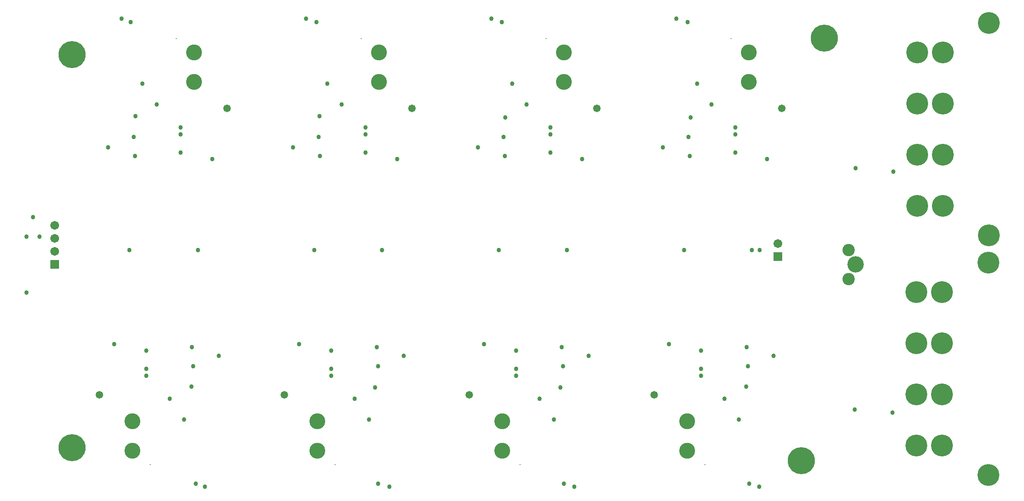
<source format=gbs>
G04*
G04 #@! TF.GenerationSoftware,Altium Limited,Altium Designer,19.1.8 (144)*
G04*
G04 Layer_Color=16711935*
%FSLAX25Y25*%
%MOIN*%
G70*
G01*
G75*
%ADD49C,0.20800*%
%ADD50C,0.09461*%
%ADD51C,0.12611*%
%ADD52C,0.00800*%
%ADD53C,0.12205*%
%ADD54C,0.06706*%
%ADD55R,0.06706X0.06706*%
%ADD56C,0.16800*%
%ADD57C,0.03400*%
%ADD58C,0.05800*%
D49*
X767500Y450000D02*
D03*
X750000Y125000D02*
D03*
X190000Y135000D02*
D03*
Y437500D02*
D03*
D50*
X786173Y287221D02*
D03*
Y264779D02*
D03*
D51*
X791449Y276000D02*
D03*
D52*
X696008Y449890D02*
D03*
X554008D02*
D03*
X412008D02*
D03*
X270008D02*
D03*
X249992Y122031D02*
D03*
X391992D02*
D03*
X533992D02*
D03*
X675992D02*
D03*
D53*
X709709Y438984D02*
D03*
Y416543D02*
D03*
X567709Y438984D02*
D03*
Y416543D02*
D03*
X425709Y438984D02*
D03*
Y416543D02*
D03*
X283709Y438984D02*
D03*
Y416543D02*
D03*
X236291Y132937D02*
D03*
Y155378D02*
D03*
X378291Y132937D02*
D03*
Y155378D02*
D03*
X520291Y132937D02*
D03*
Y155378D02*
D03*
X662291Y132937D02*
D03*
Y155378D02*
D03*
D54*
X176500Y306000D02*
D03*
Y296000D02*
D03*
Y286000D02*
D03*
X732000Y292000D02*
D03*
D55*
X176500Y276000D02*
D03*
X732000Y282000D02*
D03*
D56*
X858000Y136630D02*
D03*
X838315D02*
D03*
Y176000D02*
D03*
X858000D02*
D03*
Y215370D02*
D03*
X838315D02*
D03*
Y254740D02*
D03*
X858000D02*
D03*
X893433Y114071D02*
D03*
Y277299D02*
D03*
X858500Y321130D02*
D03*
X838815D02*
D03*
Y360500D02*
D03*
X858500D02*
D03*
Y399870D02*
D03*
X838815D02*
D03*
Y439240D02*
D03*
X858500D02*
D03*
X893933Y298571D02*
D03*
Y461799D02*
D03*
D57*
X728406Y205921D02*
D03*
X246791Y190342D02*
D03*
Y195843D02*
D03*
X654000Y465000D02*
D03*
X512000D02*
D03*
X369500D02*
D03*
X228000D02*
D03*
X662500Y462500D02*
D03*
X520000D02*
D03*
X377500D02*
D03*
X235000D02*
D03*
X712000Y287000D02*
D03*
X665000Y389000D02*
D03*
X522500D02*
D03*
X380000Y390000D02*
D03*
X238500D02*
D03*
X160000Y312500D02*
D03*
X165000Y297500D02*
D03*
X717500Y105000D02*
D03*
X710000Y107500D02*
D03*
X575500Y105000D02*
D03*
X567500Y107500D02*
D03*
X433500Y105000D02*
D03*
X425000Y107500D02*
D03*
X292000Y105000D02*
D03*
X285000Y107500D02*
D03*
X707500Y182000D02*
D03*
X565000Y181500D02*
D03*
X422500D02*
D03*
X281500Y182000D02*
D03*
X155000Y254500D02*
D03*
Y297500D02*
D03*
X660000Y287000D02*
D03*
X570000D02*
D03*
X517500D02*
D03*
X428000D02*
D03*
X376000D02*
D03*
X234000D02*
D03*
X286500D02*
D03*
X718000D02*
D03*
X820500Y347500D02*
D03*
X791500Y350000D02*
D03*
X791000Y164500D02*
D03*
X820000Y162000D02*
D03*
X643595Y366000D02*
D03*
X681000Y399000D02*
D03*
X670000Y415000D02*
D03*
X663095Y374000D02*
D03*
X664094Y359500D02*
D03*
X699209Y381579D02*
D03*
Y376079D02*
D03*
Y362079D02*
D03*
X723709Y357079D02*
D03*
X501594Y366000D02*
D03*
X539000Y399000D02*
D03*
X528000Y415000D02*
D03*
X521095Y374000D02*
D03*
X522094Y359500D02*
D03*
X557209Y381579D02*
D03*
Y376079D02*
D03*
Y362079D02*
D03*
X581709Y357079D02*
D03*
X359594Y366000D02*
D03*
X397000Y399000D02*
D03*
X386000Y415000D02*
D03*
X379095Y374000D02*
D03*
X380095Y359500D02*
D03*
X415209Y381579D02*
D03*
Y376079D02*
D03*
Y362079D02*
D03*
X439709Y357079D02*
D03*
X217595Y366000D02*
D03*
X255000Y399000D02*
D03*
X244000Y415000D02*
D03*
X237094Y374000D02*
D03*
X238094Y359500D02*
D03*
X273209Y381579D02*
D03*
Y376079D02*
D03*
Y362079D02*
D03*
X297709Y357079D02*
D03*
X302406Y205921D02*
D03*
X265000Y172921D02*
D03*
X276000Y156921D02*
D03*
X282906Y197921D02*
D03*
X281906Y212421D02*
D03*
X246791Y209842D02*
D03*
X222291Y214843D02*
D03*
X444406Y205921D02*
D03*
X407000Y172921D02*
D03*
X418000Y156921D02*
D03*
X424905Y197921D02*
D03*
X423906Y212421D02*
D03*
X388791Y190342D02*
D03*
Y195843D02*
D03*
Y209842D02*
D03*
X364291Y214843D02*
D03*
X586406Y205921D02*
D03*
X549000Y172921D02*
D03*
X560000Y156921D02*
D03*
X566905Y197921D02*
D03*
X565906Y212421D02*
D03*
X530791Y190342D02*
D03*
Y195843D02*
D03*
Y209842D02*
D03*
X506291Y214843D02*
D03*
X702000Y156921D02*
D03*
X691000Y172921D02*
D03*
X708906Y197921D02*
D03*
X707905Y212421D02*
D03*
X648291Y214843D02*
D03*
X672791Y209842D02*
D03*
Y195843D02*
D03*
Y190342D02*
D03*
D58*
X735047Y396000D02*
D03*
X593047D02*
D03*
X451047D02*
D03*
X309047D02*
D03*
X210953Y175921D02*
D03*
X352953D02*
D03*
X494953D02*
D03*
X636953D02*
D03*
M02*

</source>
